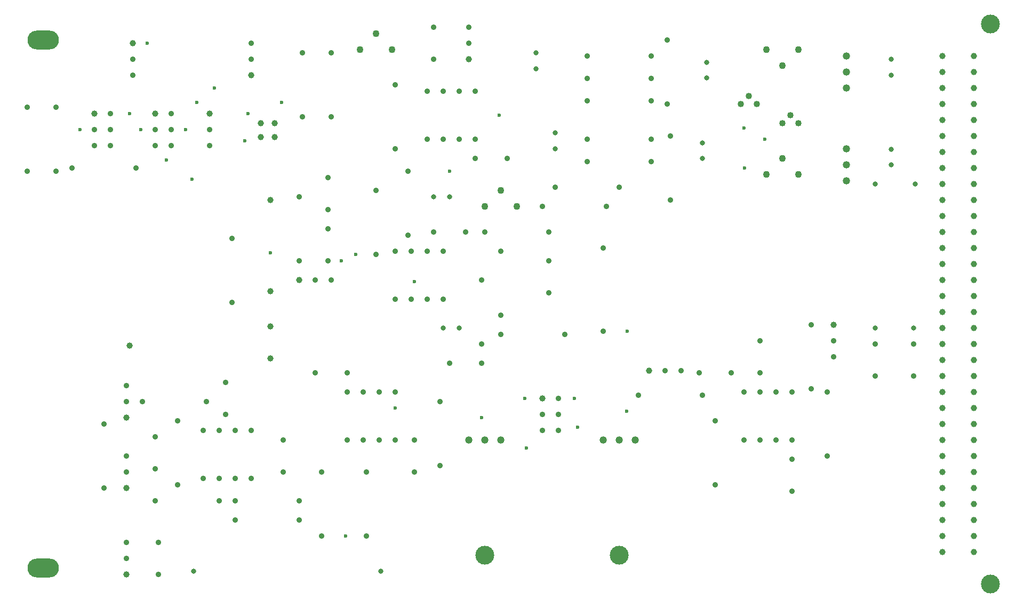
<source format=gbr>
G04 Generated by Ultiboard 10.0 *
%FSLAX25Y25*%
%MOIN*%

%ADD10O,0.19685X0.11811*%
%ADD11C,0.02362*%
%ADD12C,0.11811*%
%ADD15C,0.04333*%
%ADD14C,0.04000*%
%ADD13C,0.03500*%
%ADD17C,0.03543*%
%ADD20C,0.03937*%
%ADD16C,0.03150*%
%ADD18C,0.03917*%
%ADD19C,0.04667*%


G04 ColorRGB 000000 for the following layer *
%LNBohrung-Copper Top-Copper Bottom*%
%LPD*%
%FSLAX25Y25*%
%MOIN*%
G54D10*
X26000Y32000D03*
X26000Y362000D03*
G54D11*
X215000Y52000D03*
X168000Y229000D03*
X246000Y132000D03*
X221450Y228000D03*
X212250Y224000D03*
X49000Y306000D03*
X80000Y316000D03*
X87000Y306000D03*
X103000Y287000D03*
X119125Y275000D03*
X115000Y306000D03*
X91000Y360000D03*
X122000Y323000D03*
X154000Y316000D03*
X152000Y299000D03*
X133000Y332000D03*
X175000Y323000D03*
X376000Y111500D03*
X300000Y126000D03*
X328000Y107000D03*
X360000Y120000D03*
X258000Y211000D03*
X327000Y138000D03*
X358000Y138000D03*
X390833Y130167D03*
X391000Y180000D03*
X311000Y315000D03*
X280000Y280000D03*
X464250Y282000D03*
X464000Y307000D03*
X477000Y300000D03*
G54D12*
X302000Y40000D03*
X386000Y40000D03*
X618000Y22000D03*
X618000Y372000D03*
G54D15*
X488000Y346000D03*
X478000Y356000D03*
X498000Y356000D03*
X488000Y288000D03*
X478000Y278000D03*
X498000Y278000D03*
X224000Y356000D03*
X234000Y366000D03*
X244000Y356000D03*
X312000Y268000D03*
X302000Y258000D03*
X322000Y258000D03*
G54D14*
X493000Y315000D03*
X488000Y310000D03*
X498000Y310000D03*
X472000Y322000D03*
X467000Y327000D03*
X462000Y322000D03*
G54D13*
X494000Y80000D03*
X494000Y100000D03*
X506000Y144000D03*
X506000Y184000D03*
X246000Y200000D03*
X246000Y230000D03*
X266000Y200000D03*
X256000Y200000D03*
X276000Y200000D03*
X266000Y230000D03*
X256000Y230000D03*
X276000Y230000D03*
X216000Y112000D03*
X236000Y112000D03*
X226000Y112000D03*
X246000Y112000D03*
X216000Y142000D03*
X236000Y142000D03*
X226000Y142000D03*
X246000Y142000D03*
X258000Y92000D03*
X258000Y112000D03*
X234000Y228000D03*
X234000Y268000D03*
X186000Y224000D03*
X186000Y264000D03*
X126000Y88000D03*
X126000Y118000D03*
X156000Y118000D03*
X156000Y88000D03*
X136000Y88000D03*
X146000Y88000D03*
X136000Y118000D03*
X146000Y118000D03*
X96000Y74000D03*
X136000Y74000D03*
X128000Y136000D03*
X88000Y136000D03*
X78000Y136000D03*
X78000Y146000D03*
X110000Y124000D03*
X110000Y84000D03*
X64000Y82000D03*
X64000Y122000D03*
X98000Y28000D03*
X98000Y48000D03*
X78000Y48000D03*
X78000Y38000D03*
X96000Y94000D03*
X96000Y114000D03*
X78000Y92000D03*
X78000Y102000D03*
X140000Y128000D03*
X140000Y148000D03*
X186000Y74000D03*
X146000Y74000D03*
X186000Y62000D03*
X146000Y62000D03*
X176000Y92000D03*
X176000Y112000D03*
X200000Y52000D03*
X200000Y92000D03*
X228000Y52000D03*
X228000Y92000D03*
X206000Y212000D03*
X196000Y212000D03*
X144000Y198000D03*
X144000Y238000D03*
X196000Y154000D03*
X216000Y154000D03*
X204000Y224000D03*
X204000Y244000D03*
X130000Y296000D03*
X130000Y306000D03*
X58000Y296000D03*
X58000Y306000D03*
X68000Y316000D03*
X68000Y296000D03*
X68000Y306000D03*
X44000Y282000D03*
X84000Y282000D03*
X16000Y280000D03*
X16000Y320000D03*
X34000Y280000D03*
X34000Y320000D03*
X106000Y316000D03*
X96000Y296000D03*
X96000Y306000D03*
X106000Y296000D03*
X106000Y306000D03*
X82000Y340000D03*
X82000Y350000D03*
X188000Y314000D03*
X188000Y354000D03*
X156000Y360000D03*
X156000Y350000D03*
X206000Y314000D03*
X206000Y354000D03*
X246000Y294000D03*
X246000Y334000D03*
X204000Y276000D03*
X204000Y256000D03*
X376000Y180000D03*
X376000Y232000D03*
X274000Y96000D03*
X274000Y136000D03*
X338000Y128000D03*
X348000Y128000D03*
X348000Y118000D03*
X338000Y118000D03*
X348000Y138000D03*
X302000Y242000D03*
X342000Y242000D03*
X312000Y190000D03*
X312000Y230000D03*
X312000Y178000D03*
X352000Y178000D03*
X280000Y160000D03*
X300000Y160000D03*
X270000Y242000D03*
X290000Y242000D03*
X342000Y204000D03*
X342000Y224000D03*
X474000Y112000D03*
X464000Y112000D03*
X484000Y112000D03*
X494000Y112000D03*
X474000Y142000D03*
X464000Y142000D03*
X484000Y142000D03*
X494000Y142000D03*
X446000Y124000D03*
X446000Y84000D03*
X436000Y154000D03*
X456000Y154000D03*
X438000Y140000D03*
X398000Y140000D03*
X424708Y155292D03*
X414708Y155292D03*
X474000Y154000D03*
X474000Y174000D03*
X346000Y270000D03*
X386000Y270000D03*
X366000Y352000D03*
X406000Y352000D03*
X366000Y338000D03*
X406000Y338000D03*
X366000Y324000D03*
X406000Y324000D03*
X366000Y300000D03*
X406000Y300000D03*
X366000Y286000D03*
X406000Y286000D03*
X378000Y258000D03*
X338000Y258000D03*
X316000Y288000D03*
X296000Y288000D03*
X286000Y300000D03*
X266000Y300000D03*
X276000Y300000D03*
X296000Y300000D03*
X286000Y330000D03*
X266000Y330000D03*
X276000Y330000D03*
X296000Y330000D03*
X270000Y350000D03*
X270000Y370000D03*
X292000Y360000D03*
X292000Y370000D03*
X516000Y102000D03*
X516000Y142000D03*
X570000Y152000D03*
X570000Y172000D03*
X520000Y174000D03*
X520000Y164000D03*
X546000Y152000D03*
X546000Y172000D03*
G54D17*
X254000Y240000D03*
X254000Y280000D03*
X300000Y172000D03*
X300000Y212000D03*
X418000Y262000D03*
X418000Y302000D03*
X416000Y322000D03*
X416000Y362000D03*
G54D20*
X80000Y171000D03*
X168000Y163000D03*
X168000Y183000D03*
X168000Y205000D03*
X168000Y262000D03*
X162000Y301339D03*
X162000Y310000D03*
X170661Y310000D03*
X170661Y301339D03*
X588000Y252000D03*
X607685Y252000D03*
X588000Y122000D03*
X607685Y122000D03*
X588000Y62000D03*
X607685Y62000D03*
X588000Y42000D03*
X588000Y52000D03*
X607685Y42000D03*
X607685Y52000D03*
X588000Y92000D03*
X588000Y82000D03*
X588000Y72000D03*
X588000Y112000D03*
X588000Y102000D03*
X607685Y92000D03*
X607685Y82000D03*
X607685Y72000D03*
X607685Y112000D03*
X607685Y102000D03*
X588000Y192000D03*
X607685Y192000D03*
X588000Y162000D03*
X588000Y142000D03*
X588000Y132000D03*
X588000Y152000D03*
X588000Y172000D03*
X588000Y182000D03*
X607685Y162000D03*
X607685Y142000D03*
X607685Y132000D03*
X607685Y152000D03*
X607685Y172000D03*
X607685Y182000D03*
X588000Y222000D03*
X588000Y202000D03*
X588000Y212000D03*
X588000Y232000D03*
X588000Y242000D03*
X607685Y222000D03*
X607685Y202000D03*
X607685Y212000D03*
X607685Y232000D03*
X607685Y242000D03*
X588000Y312000D03*
X607685Y312000D03*
X588000Y282000D03*
X588000Y272000D03*
X588000Y262000D03*
X588000Y302000D03*
X588000Y292000D03*
X607685Y282000D03*
X607685Y272000D03*
X607685Y262000D03*
X607685Y302000D03*
X607685Y292000D03*
X588000Y342000D03*
X588000Y332000D03*
X588000Y322000D03*
X588000Y352000D03*
X607685Y342000D03*
X607685Y332000D03*
X607685Y322000D03*
X607685Y352000D03*
G54D16*
X120000Y30000D03*
X237000Y30000D03*
X270000Y264000D03*
X279843Y264000D03*
X286000Y182000D03*
X276157Y182000D03*
X334000Y344157D03*
X334000Y354000D03*
X346000Y304000D03*
X346000Y294157D03*
X438000Y297843D03*
X438000Y288000D03*
X440787Y338354D03*
X440787Y348197D03*
X546000Y182000D03*
X546000Y272000D03*
X570000Y182000D03*
X571000Y272000D03*
X556000Y284000D03*
X556000Y293843D03*
X556000Y340157D03*
X556000Y350000D03*
G54D18*
X78000Y126000D03*
X78000Y28000D03*
X78000Y82000D03*
X186000Y212000D03*
X130000Y316000D03*
X58000Y316000D03*
X96000Y316000D03*
X82000Y360000D03*
X156000Y340000D03*
X338000Y138000D03*
X404708Y155292D03*
X292000Y350000D03*
X520000Y184000D03*
G54D19*
X376000Y112000D03*
X396000Y112000D03*
X386000Y112000D03*
X312000Y112000D03*
X302000Y112000D03*
X292000Y112000D03*
X528000Y284000D03*
X528000Y274000D03*
X528000Y294000D03*
X528000Y342000D03*
X528000Y332000D03*
X528000Y352000D03*

M00*

</source>
